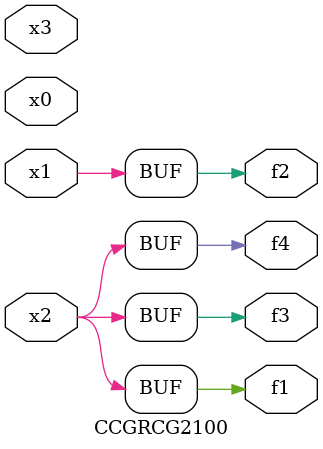
<source format=v>
module CCGRCG2100(
	input x0, x1, x2, x3,
	output f1, f2, f3, f4
);
	assign f1 = x2;
	assign f2 = x1;
	assign f3 = x2;
	assign f4 = x2;
endmodule

</source>
